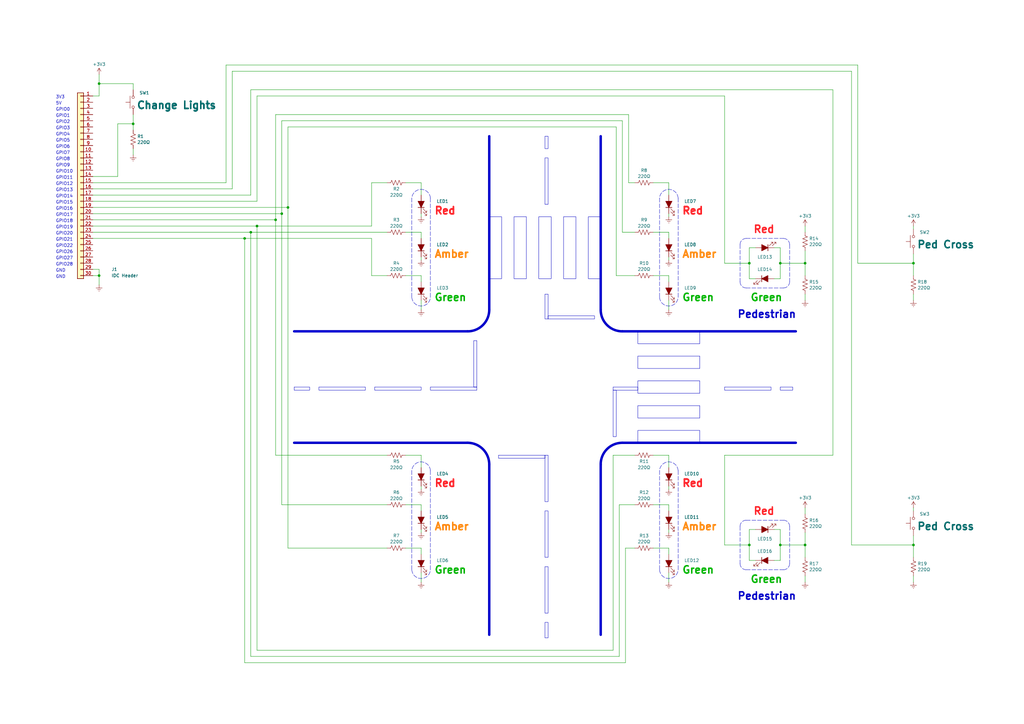
<source format=kicad_sch>
(kicad_sch (version 20231120) (generator "eeschema") (generator_version "8.0")
  (paper "A3")
  (title_block (title "PicoXpander - Traffic Light Board"))
  (lib_symbols
    (symbol "Connector_Generic:Conn_01x30" (pin_names (offset 1.016) hide)
      (property "Reference" "J" (at 0 38.1 0))
      (property "Value" "Conn_01x30" (at 0 -40.64 0))
      (symbol "Conn_01x30_1_1"
        (rectangle (start -1.27 -37.973) (end 0 -38.227) (stroke (width 0.1524)))
        (rectangle (start -1.27 -35.433) (end 0 -35.687) (stroke (width 0.1524)))
        (rectangle (start -1.27 -32.893) (end 0 -33.147) (stroke (width 0.1524)))
        (rectangle (start -1.27 -30.353) (end 0 -30.607) (stroke (width 0.1524)))
        (rectangle (start -1.27 -27.813) (end 0 -28.067) (stroke (width 0.1524)))
        (rectangle (start -1.27 -25.273) (end 0 -25.527) (stroke (width 0.1524)))
        (rectangle (start -1.27 -22.733) (end 0 -22.987) (stroke (width 0.1524)))
        (rectangle (start -1.27 -20.193) (end 0 -20.447) (stroke (width 0.1524)))
        (rectangle (start -1.27 -17.653) (end 0 -17.907) (stroke (width 0.1524)))
        (rectangle (start -1.27 -15.113) (end 0 -15.367) (stroke (width 0.1524)))
        (rectangle (start -1.27 -12.573) (end 0 -12.827) (stroke (width 0.1524)))
        (rectangle (start -1.27 -10.033) (end 0 -10.287) (stroke (width 0.1524)))
        (rectangle (start -1.27 -7.493) (end 0 -7.747) (stroke (width 0.1524)))
        (rectangle (start -1.27 -4.953) (end 0 -5.207) (stroke (width 0.1524)))
        (rectangle (start -1.27 -2.413) (end 0 -2.667) (stroke (width 0.1524)))
        (rectangle (start -1.27 0.127) (end 0 -0.127) (stroke (width 0.1524)))
        (rectangle (start -1.27 2.667) (end 0 2.413) (stroke (width 0.1524)))
        (rectangle (start -1.27 5.207) (end 0 4.953) (stroke (width 0.1524)))
        (rectangle (start -1.27 7.747) (end 0 7.493) (stroke (width 0.1524)))
        (rectangle (start -1.27 10.287) (end 0 10.033) (stroke (width 0.1524)))
        (rectangle (start -1.27 12.827) (end 0 12.573) (stroke (width 0.1524)))
        (rectangle (start -1.27 15.367) (end 0 15.113) (stroke (width 0.1524)))
        (rectangle (start -1.27 17.907) (end 0 17.653) (stroke (width 0.1524)))
        (rectangle (start -1.27 20.447) (end 0 20.193) (stroke (width 0.1524)))
        (rectangle (start -1.27 22.987) (end 0 22.733) (stroke (width 0.1524)))
        (rectangle (start -1.27 25.527) (end 0 25.273) (stroke (width 0.1524)))
        (rectangle (start -1.27 28.067) (end 0 27.813) (stroke (width 0.1524)))
        (rectangle (start -1.27 30.607) (end 0 30.353) (stroke (width 0.1524)))
        (rectangle (start -1.27 33.147) (end 0 32.893) (stroke (width 0.1524)))
        (rectangle (start -1.27 35.687) (end 0 35.433) (stroke (width 0.1524)))
        (rectangle (start -1.27 36.83) (end 1.27 -39.37) (stroke (width 0.254)) (fill (type background)))
        (pin passive line (at -5.08 35.56 0) (length 3.81) (name "Pin_1") (number "1"))
        (pin passive line (at -5.08 12.7 0) (length 3.81) (name "Pin_10") (number "10"))
        (pin passive line (at -5.08 10.16 0) (length 3.81) (name "Pin_11") (number "11"))
        (pin passive line (at -5.08 7.62 0) (length 3.81) (name "Pin_12") (number "12"))
        (pin passive line (at -5.08 5.08 0) (length 3.81) (name "Pin_13") (number "13"))
        (pin passive line (at -5.08 2.54 0) (length 3.81) (name "Pin_14") (number "14"))
        (pin passive line (at -5.08 0 0) (length 3.81) (name "Pin_15") (number "15"))
        (pin passive line (at -5.08 -2.54 0) (length 3.81) (name "Pin_16") (number "16"))
        (pin passive line (at -5.08 -5.08 0) (length 3.81) (name "Pin_17") (number "17"))
        (pin passive line (at -5.08 -7.62 0) (length 3.81) (name "Pin_18") (number "18"))
        (pin passive line (at -5.08 -10.16 0) (length 3.81) (name "Pin_19") (number "19"))
        (pin passive line (at -5.08 33.02 0) (length 3.81) (name "Pin_2") (number "2"))
        (pin passive line (at -5.08 -12.7 0) (length 3.81) (name "Pin_20") (number "20"))
        (pin passive line (at -5.08 -15.24 0) (length 3.81) (name "Pin_21") (number "21"))
        (pin passive line (at -5.08 -17.78 0) (length 3.81) (name "Pin_22") (number "22"))
        (pin passive line (at -5.08 -20.32 0) (length 3.81) (name "Pin_23") (number "23"))
        (pin passive line (at -5.08 -22.86 0) (length 3.81) (name "Pin_24") (number "24"))
        (pin passive line (at -5.08 -25.4 0) (length 3.81) (name "Pin_25") (number "25"))
        (pin passive line (at -5.08 -27.94 0) (length 3.81) (name "Pin_26") (number "26"))
        (pin passive line (at -5.08 -30.48 0) (length 3.81) (name "Pin_27") (number "27"))
        (pin passive line (at -5.08 -33.02 0) (length 3.81) (name "Pin_28") (number "28"))
        (pin passive line (at -5.08 -35.56 0) (length 3.81) (name "Pin_29") (number "29"))
        (pin passive line (at -5.08 30.48 0) (length 3.81) (name "Pin_3") (number "3"))
        (pin passive line (at -5.08 -38.1 0) (length 3.81) (name "Pin_30") (number "30"))
        (pin passive line (at -5.08 27.94 0) (length 3.81) (name "Pin_4") (number "4"))
        (pin passive line (at -5.08 25.4 0) (length 3.81) (name "Pin_5") (number "5"))
        (pin passive line (at -5.08 22.86 0) (length 3.81) (name "Pin_6") (number "6"))
        (pin passive line (at -5.08 20.32 0) (length 3.81) (name "Pin_7") (number "7"))
        (pin passive line (at -5.08 17.78 0) (length 3.81) (name "Pin_8") (number "8"))
        (pin passive line (at -5.08 15.24 0) (length 3.81) (name "Pin_9") (number "9"))
      )
    )
    (symbol "Device:LED_Filled" (pin_numbers hide) (pin_names (offset 1.016) hide)
      (property "Reference" "D" (at 0 2.54 0))
      (property "Value" "LED_Filled" (at 0 -2.54 0))
      (symbol "LED_Filled_0_1"
        (polyline (pts (xy -1.27 -1.27) (xy -1.27 1.27)) (stroke (width 0.254)))
        (polyline (pts (xy -1.27 0) (xy 1.27 0)))
        (polyline (pts (xy 1.27 -1.27) (xy 1.27 1.27) (xy -1.27 0) (xy 1.27 -1.27)) (stroke (width 0.254)) (fill (type outline)))
        (polyline (pts (xy -3.048 -0.762) (xy -4.572 -2.286) (xy -3.81 -2.286) (xy -4.572 -2.286) (xy -4.572 -1.524)))
        (polyline (pts (xy -1.778 -0.762) (xy -3.302 -2.286) (xy -2.54 -2.286) (xy -3.302 -2.286) (xy -3.302 -1.524)))
      )
      (symbol "LED_Filled_1_1"
        (pin passive line (at -3.81 0 0) (length 2.54) (name "K") (number "1"))
        (pin passive line (at 3.81 0 180) (length 2.54) (name "A") (number "2"))
      )
    )
    (symbol "Device:R_US" (pin_numbers hide) (pin_names (offset 0))
      (property "Reference" "R" (at 2.54 0 90))
      (property "Value" "R_US" (at -2.54 0 90))
      (symbol "R_US_0_1"
        (polyline (pts (xy 0 -2.286) (xy 0 -2.54)))
        (polyline (pts (xy 0 2.286) (xy 0 2.54)))
        (polyline (pts (xy 0 -0.762) (xy 1.016 -1.143) (xy 0 -1.524) (xy -1.016 -1.905) (xy 0 -2.286)))
        (polyline (pts (xy 0 0.762) (xy 1.016 0.381) (xy 0 0) (xy -1.016 -0.381) (xy 0 -0.762)))
        (polyline (pts (xy 0 2.286) (xy 1.016 1.905) (xy 0 1.524) (xy -1.016 1.143) (xy 0 0.762)))
      )
      (symbol "R_US_1_1"
        (pin passive line (at 0 3.81 270) (length 1.27) (name "~") (number "1"))
        (pin passive line (at 0 -3.81 90) (length 1.27) (name "~") (number "2"))
      )
    )
    (symbol "Switch:SW_Push" (pin_numbers hide) (pin_names (offset 1.016) hide)
      (property "Reference" "SW" (at 1.27 2.54 0))
      (property "Value" "SW_Push" (at 0 -1.524 0))
      (symbol "SW_Push_0_1"
        (circle (center -2.032 0) (radius 0.508))
        (polyline (pts (xy 0 1.27) (xy 0 3.048)))
        (polyline (pts (xy 2.54 1.27) (xy -2.54 1.27)))
        (circle (center 2.032 0) (radius 0.508))
        (pin passive line (at -5.08 0 0) (length 2.54) (name "1") (number "1"))
        (pin passive line (at 5.08 0 180) (length 2.54) (name "2") (number "2"))
      )
    )
    (symbol "power:+3V3" (power) (pin_names (offset 0))
      (property "Value" "+3V3" (at 0 3.556 0))
      (symbol "+3V3_0_1"
        (polyline (pts (xy -0.762 1.27) (xy 0 2.54)))
        (polyline (pts (xy 0 0) (xy 0 2.54)))
        (polyline (pts (xy 0 2.54) (xy 0.762 1.27)))
      )
      (symbol "+3V3_1_1"
        (pin power_in line (at 0 0 90) (length 0) hide (name "+3V3") (number "1"))
      )
    )
    (symbol "power:GNDREF" (power) (pin_names (offset 0))
      (property "Value" "GNDREF" (at 0 -3.81 0))
      (symbol "GNDREF_0_1"
        (polyline (pts (xy -0.635 -1.905) (xy 0.635 -1.905)))
        (polyline (pts (xy -0.127 -2.54) (xy 0.127 -2.54)))
        (polyline (pts (xy 0 -1.27) (xy 0 0)))
        (polyline (pts (xy 1.27 -1.27) (xy -1.27 -1.27)))
      )
      (symbol "GNDREF_1_1"
        (pin power_in line (at 0 0 270) (length 0) hide (name "GNDREF") (number "1"))
      )
    )
  )
  (junction (at 374.65 107.95))
  (junction (at 100.33 97.79))
  (junction (at 330.2 223.52))
  (junction (at 40.64 113.03))
  (junction (at 320.04 223.52))
  (junction (at 105.41 92.71))
  (junction (at 102.87 95.25))
  (junction (at 113.03 90.17))
  (junction (at 320.04 107.95))
  (junction (at 374.65 223.52))
  (junction (at 307.34 107.95))
  (junction (at 54.61 50.8))
  (junction (at 307.34 223.52))
  (junction (at 118.11 85.09))
  (junction (at 40.64 34.29))
  (junction (at 330.2 107.95))
  (junction (at 115.57 87.63))
  (wire (pts (xy 95.25 29.21) (xy 349.25 29.21)))
  (wire (pts (xy 374.65 219.71) (xy 374.65 223.52)))
  (wire (pts (xy 54.61 53.34) (xy 54.61 50.8)))
  (wire (pts (xy 274.32 224.79) (xy 274.32 227.33)))
  (wire (pts (xy 38.1 95.25) (xy 102.87 95.25)))
  (wire (pts (xy 330.2 238.76) (xy 330.2 236.22)))
  (wire (pts (xy 330.2 208.28) (xy 330.2 210.82)))
  (wire (pts (xy 274.32 127) (xy 274.32 123.19)))
  (wire (pts (xy 274.32 74.93) (xy 274.32 80.01)))
  (wire (pts (xy 260.35 186.69) (xy 251.46 186.69)))
  (wire (pts (xy 54.61 60.96) (xy 54.61 63.5)))
  (wire (pts (xy 102.87 95.25) (xy 158.75 95.25)))
  (wire (pts (xy 351.79 107.95) (xy 374.65 107.95)))
  (wire (pts (xy 254 207.01) (xy 254 269.24)))
  (wire (pts (xy 374.65 123.19) (xy 374.65 120.65)))
  (wire (pts (xy 257.81 74.93) (xy 260.35 74.93)))
  (polyline (pts (xy 278.13 81.28) (xy 278.13 121.92)) (stroke (width 0) (type dash)))
  (wire (pts (xy 267.97 74.93) (xy 274.32 74.93)))
  (wire (pts (xy 297.18 223.52) (xy 307.34 223.52)))
  (wire (pts (xy 158.75 224.79) (xy 118.11 224.79)))
  (wire (pts (xy 38.1 92.71) (xy 105.41 92.71)))
  (wire (pts (xy 317.5 217.17) (xy 320.04 217.17)))
  (wire (pts (xy 166.37 224.79) (xy 172.72 224.79)))
  (wire (pts (xy 105.41 82.55) (xy 105.41 39.37)))
  (wire (pts (xy 172.72 207.01) (xy 172.72 209.55)))
  (wire (pts (xy 95.25 77.47) (xy 38.1 77.47)))
  (wire (pts (xy 40.64 34.29) (xy 54.61 34.29)))
  (wire (pts (xy 172.72 127) (xy 172.72 123.19)))
  (wire (pts (xy 320.04 114.3) (xy 317.5 114.3)))
  (wire (pts (xy 158.75 207.01) (xy 115.57 207.01)))
  (wire (pts (xy 349.25 29.21) (xy 349.25 223.52)))
  (wire (pts (xy 172.72 106.68) (xy 172.72 105.41)))
  (wire (pts (xy 172.72 186.69) (xy 172.72 191.77)))
  (wire (pts (xy 252.73 113.03) (xy 260.35 113.03)))
  (wire (pts (xy 102.87 80.01) (xy 102.87 36.83)))
  (wire (pts (xy 105.41 39.37) (xy 297.18 39.37)))
  (wire (pts (xy 172.72 88.9) (xy 172.72 87.63)))
  (wire (pts (xy 40.64 30.48) (xy 40.64 34.29)))
  (wire (pts (xy 330.2 107.95) (xy 330.2 113.03)))
  (wire (pts (xy 38.1 72.39) (xy 48.26 72.39)))
  (wire (pts (xy 374.65 107.95) (xy 374.65 113.03)))
  (wire (pts (xy 307.34 217.17) (xy 307.34 223.52)))
  (wire (pts (xy 330.2 218.44) (xy 330.2 223.52)))
  (wire (pts (xy 152.4 74.93) (xy 158.75 74.93)))
  (wire (pts (xy 38.1 97.79) (xy 100.33 97.79)))
  (wire (pts (xy 297.18 186.69) (xy 297.18 223.52)))
  (wire (pts (xy 92.71 26.67) (xy 351.79 26.67)))
  (wire (pts (xy 320.04 229.87) (xy 317.5 229.87)))
  (wire (pts (xy 374.65 238.76) (xy 374.65 236.22)))
  (wire (pts (xy 341.63 36.83) (xy 341.63 186.69)))
  (wire (pts (xy 172.72 218.44) (xy 172.72 217.17)))
  (wire (pts (xy 374.65 104.14) (xy 374.65 107.95)))
  (polyline (pts (xy 306.07 97.79) (xy 321.31 97.79)) (stroke (width 0) (type dash)))
  (wire (pts (xy 309.88 101.6) (xy 307.34 101.6)))
  (wire (pts (xy 320.04 223.52) (xy 320.04 229.87)))
  (wire (pts (xy 255.27 95.25) (xy 255.27 49.53)))
  (wire (pts (xy 274.32 88.9) (xy 274.32 87.63)))
  (wire (pts (xy 374.65 92.71) (xy 374.65 93.98)))
  (wire (pts (xy 95.25 77.47) (xy 95.25 29.21)))
  (wire (pts (xy 274.32 113.03) (xy 274.32 115.57)))
  (wire (pts (xy 118.11 52.07) (xy 252.73 52.07)))
  (wire (pts (xy 115.57 49.53) (xy 115.57 87.63)))
  (wire (pts (xy 105.41 92.71) (xy 105.41 266.7)))
  (wire (pts (xy 320.04 217.17) (xy 320.04 223.52)))
  (wire (pts (xy 274.32 186.69) (xy 274.32 191.77)))
  (polyline (pts (xy 323.85 215.9) (xy 323.85 231.14)) (stroke (width 0) (type dash)))
  (wire (pts (xy 113.03 46.99) (xy 113.03 90.17)))
  (polyline (pts (xy 303.53 215.9) (xy 303.53 231.14)) (stroke (width 0) (type dash)))
  (wire (pts (xy 54.61 36.83) (xy 54.61 34.29)))
  (wire (pts (xy 166.37 186.69) (xy 172.72 186.69)))
  (wire (pts (xy 172.72 238.76) (xy 172.72 234.95)))
  (polyline (pts (xy 306.07 233.68) (xy 321.31 233.68)) (stroke (width 0) (type dash)))
  (wire (pts (xy 341.63 186.69) (xy 297.18 186.69)))
  (wire (pts (xy 38.1 82.55) (xy 105.41 82.55)))
  (wire (pts (xy 172.72 224.79) (xy 172.72 227.33)))
  (wire (pts (xy 320.04 107.95) (xy 330.2 107.95)))
  (wire (pts (xy 118.11 52.07) (xy 118.11 85.09)))
  (polyline (pts (xy 168.91 193.04) (xy 168.91 233.68)) (stroke (width 0) (type dash)))
  (wire (pts (xy 152.4 74.93) (xy 152.4 92.71)))
  (wire (pts (xy 118.11 85.09) (xy 118.11 224.79)))
  (wire (pts (xy 274.32 106.68) (xy 274.32 105.41)))
  (wire (pts (xy 113.03 186.69) (xy 158.75 186.69)))
  (wire (pts (xy 351.79 107.95) (xy 351.79 26.67)))
  (wire (pts (xy 374.65 223.52) (xy 374.65 228.6)))
  (wire (pts (xy 105.41 92.71) (xy 152.4 92.71)))
  (wire (pts (xy 172.72 113.03) (xy 172.72 115.57)))
  (wire (pts (xy 330.2 92.71) (xy 330.2 95.25)))
  (polyline (pts (xy 306.07 213.36) (xy 321.31 213.36)) (stroke (width 0) (type dash)))
  (wire (pts (xy 115.57 87.63) (xy 115.57 207.01)))
  (wire (pts (xy 172.72 200.66) (xy 172.72 199.39)))
  (wire (pts (xy 172.72 74.93) (xy 172.72 80.01)))
  (wire (pts (xy 307.34 107.95) (xy 307.34 114.3)))
  (wire (pts (xy 158.75 113.03) (xy 152.4 113.03)))
  (wire (pts (xy 166.37 207.01) (xy 172.72 207.01)))
  (wire (pts (xy 307.34 107.95) (xy 297.18 107.95)))
  (polyline (pts (xy 168.91 81.28) (xy 168.91 121.92)) (stroke (width 0) (type dash)))
  (wire (pts (xy 48.26 72.39) (xy 48.26 50.8)))
  (wire (pts (xy 274.32 95.25) (xy 274.32 97.79)))
  (wire (pts (xy 105.41 266.7) (xy 251.46 266.7)))
  (wire (pts (xy 40.64 113.03) (xy 40.64 116.84)))
  (wire (pts (xy 166.37 113.03) (xy 172.72 113.03)))
  (polyline (pts (xy 270.51 193.04) (xy 270.51 233.68)) (stroke (width 0) (type dash)))
  (wire (pts (xy 267.97 95.25) (xy 274.32 95.25)))
  (wire (pts (xy 267.97 113.03) (xy 274.32 113.03)))
  (wire (pts (xy 40.64 110.49) (xy 40.64 113.03)))
  (wire (pts (xy 92.71 74.93) (xy 38.1 74.93)))
  (polyline (pts (xy 270.51 81.28) (xy 270.51 121.92)) (stroke (width 0) (type dash)))
  (polyline (pts (xy 323.85 100.33) (xy 323.85 115.57)) (stroke (width 0) (type dash)))
  (wire (pts (xy 320.04 101.6) (xy 320.04 107.95)))
  (wire (pts (xy 307.34 114.3) (xy 309.88 114.3)))
  (wire (pts (xy 330.2 123.19) (xy 330.2 120.65)))
  (wire (pts (xy 307.34 223.52) (xy 307.34 229.87)))
  (wire (pts (xy 254 207.01) (xy 260.35 207.01)))
  (wire (pts (xy 40.64 39.37) (xy 40.64 34.29)))
  (wire (pts (xy 297.18 39.37) (xy 297.18 107.95)))
  (polyline (pts (xy 176.53 81.28) (xy 176.53 121.92)) (stroke (width 0) (type dash)))
  (wire (pts (xy 260.35 95.25) (xy 255.27 95.25)))
  (wire (pts (xy 307.34 101.6) (xy 307.34 107.95)))
  (wire (pts (xy 320.04 107.95) (xy 320.04 114.3)))
  (wire (pts (xy 267.97 207.01) (xy 274.32 207.01)))
  (wire (pts (xy 48.26 50.8) (xy 54.61 50.8)))
  (wire (pts (xy 100.33 271.78) (xy 256.54 271.78)))
  (wire (pts (xy 267.97 224.79) (xy 274.32 224.79)))
  (wire (pts (xy 100.33 97.79) (xy 152.4 97.79)))
  (wire (pts (xy 92.71 74.93) (xy 92.71 26.67)))
  (wire (pts (xy 349.25 223.52) (xy 374.65 223.52)))
  (wire (pts (xy 330.2 223.52) (xy 330.2 228.6)))
  (wire (pts (xy 251.46 186.69) (xy 251.46 266.7)))
  (wire (pts (xy 257.81 46.99) (xy 257.81 74.93)))
  (wire (pts (xy 256.54 224.79) (xy 260.35 224.79)))
  (wire (pts (xy 38.1 90.17) (xy 113.03 90.17)))
  (wire (pts (xy 172.72 95.25) (xy 172.72 97.79)))
  (polyline (pts (xy 176.53 193.04) (xy 176.53 233.68)) (stroke (width 0) (type dash)))
  (wire (pts (xy 267.97 186.69) (xy 274.32 186.69)))
  (wire (pts (xy 320.04 223.52) (xy 330.2 223.52)))
  (wire (pts (xy 113.03 90.17) (xy 113.03 186.69)))
  (wire (pts (xy 166.37 74.93) (xy 172.72 74.93)))
  (wire (pts (xy 38.1 87.63) (xy 115.57 87.63)))
  (polyline (pts (xy 303.53 100.33) (xy 303.53 115.57)) (stroke (width 0) (type dash)))
  (wire (pts (xy 274.32 200.66) (xy 274.32 199.39)))
  (wire (pts (xy 38.1 113.03) (xy 40.64 113.03)))
  (wire (pts (xy 54.61 46.99) (xy 54.61 50.8)))
  (wire (pts (xy 100.33 97.79) (xy 100.33 271.78)))
  (wire (pts (xy 113.03 46.99) (xy 257.81 46.99)))
  (wire (pts (xy 330.2 102.87) (xy 330.2 107.95)))
  (wire (pts (xy 317.5 101.6) (xy 320.04 101.6)))
  (wire (pts (xy 256.54 224.79) (xy 256.54 271.78)))
  (wire (pts (xy 38.1 39.37) (xy 40.64 39.37)))
  (wire (pts (xy 102.87 269.24) (xy 254 269.24)))
  (polyline (pts (xy 278.13 193.04) (xy 278.13 233.68)) (stroke (width 0) (type dash)))
  (wire (pts (xy 274.32 218.44) (xy 274.32 217.17)))
  (wire (pts (xy 115.57 49.53) (xy 255.27 49.53)))
  (wire (pts (xy 374.65 208.28) (xy 374.65 209.55)))
  (wire (pts (xy 252.73 52.07) (xy 252.73 113.03)))
  (wire (pts (xy 307.34 229.87) (xy 309.88 229.87)))
  (wire (pts (xy 166.37 95.25) (xy 172.72 95.25)))
  (wire (pts (xy 102.87 36.83) (xy 341.63 36.83)))
  (wire (pts (xy 274.32 207.01) (xy 274.32 209.55)))
  (wire (pts (xy 309.88 217.17) (xy 307.34 217.17)))
  (wire (pts (xy 152.4 113.03) (xy 152.4 97.79)))
  (wire (pts (xy 38.1 85.09) (xy 118.11 85.09)))
  (wire (pts (xy 102.87 95.25) (xy 102.87 269.24)))
  (wire (pts (xy 38.1 110.49) (xy 40.64 110.49)))
  (polyline (pts (xy 306.07 118.11) (xy 321.31 118.11)) (stroke (width 0) (type dash)))
  (wire (pts (xy 38.1 80.01) (xy 102.87 80.01)))
  (wire (pts (xy 274.32 238.76) (xy 274.32 234.95)))
  (rectangle (start 220.98 114.3) (end 226.06 88.9) (fill (type color)))
  (rectangle (start 251.46 158.75) (end 261.62 160.02) (fill (type color)))
  (rectangle (start 261.62 176.53) (end 287.02 181.61) (fill (type color)))
  (rectangle (start 241.3 114.3) (end 246.38 88.9) (fill (type color)))
  (rectangle (start 246.38 55.88) (end 246.38 127) (stroke (width 1)))
  (rectangle (start 255.27 181.61) (end 326.39 181.61) (stroke (width 1)))
  (rectangle (start 261.62 146.05) (end 287.02 151.13) (fill (type color)))
  (rectangle (start 194.31 139.7) (end 195.58 158.75) (fill (type color)))
  (rectangle (start 224.79 130.81) (end 223.52 120.65) (fill (type color)))
  (rectangle (start 223.52 60.96) (end 224.79 55.88) (fill (type color)))
  (rectangle (start 120.65 160.02) (end 127 158.75) (fill (type color)))
  (rectangle (start 130.81 160.02) (end 149.86 158.75) (fill (type color)))
  (arc (start 176.53 121.92) (mid 172.72 125.5075) (end 168.91 121.92) (stroke (width 0) (type dash)))
  (arc (start 321.31 97.79) (mid 323.1061 98.5339) (end 323.85 100.33) (stroke (width 0) (type dash)))
  (arc (start 323.85 115.57) (mid 323.1061 117.3661) (end 321.31 118.11) (stroke (width 0) (type dash)))
  (rectangle (start 231.14 114.3) (end 236.22 88.9) (fill (type color)))
  (arc (start 323.85 231.14) (mid 323.1061 232.9361) (end 321.31 233.68) (stroke (width 0) (type dash)))
  (arc (start 278.13 121.92) (mid 274.32 125.5075) (end 270.51 121.92) (stroke (width 0) (type dash)))
  (rectangle (start 223.52 205.74) (end 224.79 186.69) (fill (type color)))
  (arc (start 270.51 81.28) (mid 274.32 77.6829) (end 278.13 81.28) (stroke (width 0) (type dash)))
  (rectangle (start 223.52 251.46) (end 224.79 232.41) (fill (type color)))
  (arc (start 168.91 193.04) (mid 172.72 189.4429) (end 176.53 193.04) (stroke (width 0) (type dash)))
  (rectangle (start 223.52 261.62) (end 224.79 255.27) (fill (type color)))
  (arc (start 270.51 193.04) (mid 274.32 189.4429) (end 278.13 193.04) (stroke (width 0) (type dash)))
  (rectangle (start 325.12 160.02) (end 320.04 158.75) (fill (type color)))
  (arc (start 278.13 233.68) (mid 274.32 237.2675) (end 270.51 233.68) (stroke (width 0) (type dash)))
  (rectangle (start 255.27 135.89) (end 326.39 135.89) (stroke (width 1)))
  (arc (start 200.66 127) (mid 198.0739 133.3039) (end 191.77 135.89) (stroke (width 1)))
  (arc (start 303.53 100.33) (mid 304.2739 98.5339) (end 306.07 97.79) (stroke (width 0) (type dash)))
  (rectangle (start 261.62 156.21) (end 287.02 161.29) (fill (type color)))
  (rectangle (start 261.62 135.89) (end 287.02 140.97) (fill (type color)))
  (arc (start 321.31 213.36) (mid 323.1061 214.1039) (end 323.85 215.9) (stroke (width 0) (type dash)))
  (rectangle (start 120.65 181.61) (end 191.77 181.61) (stroke (width 1)))
  (rectangle (start 200.66 190.5) (end 200.66 260.35) (stroke (width 1)))
  (rectangle (start 224.79 129.54) (end 243.84 130.81) (fill (type color)))
  (rectangle (start 251.46 160.02) (end 252.73 179.07) (fill (type color)))
  (arc (start 306.07 118.11) (mid 304.2739 117.3661) (end 303.53 115.57) (stroke (width 0) (type dash)))
  (rectangle (start 200.66 88.9) (end 205.74 114.3) (fill (type color)))
  (rectangle (start 297.18 160.02) (end 316.23 158.75) (fill (type color)))
  (rectangle (start 223.52 228.6) (end 224.79 209.55) (fill (type color)))
  (rectangle (start 200.66 55.88) (end 200.66 127) (stroke (width 1)))
  (rectangle (start 223.52 83.82) (end 224.79 64.77) (fill (type color)))
  (rectangle (start 172.72 160.02) (end 153.67 158.75) (fill (type color)))
  (arc (start 255.27 135.89) (mid 248.9661 133.3039) (end 246.38 127) (stroke (width 1)))
  (rectangle (start 204.47 186.69) (end 223.52 187.96) (fill (type color)))
  (arc (start 246.38 190.5) (mid 248.9661 184.1961) (end 255.27 181.61) (stroke (width 1)))
  (rectangle (start 120.65 135.89) (end 191.77 135.89) (stroke (width 1)))
  (arc (start 303.53 215.9) (mid 304.2739 214.1039) (end 306.07 213.36) (stroke (width 0) (type dash)))
  (rectangle (start 195.58 160.02) (end 176.53 158.75) (fill (type color)))
  (rectangle (start 261.62 166.37) (end 287.02 171.45) (fill (type color)))
  (rectangle (start 210.82 114.3) (end 215.9 88.9) (fill (type color)))
  (rectangle (start 246.38 190.5) (end 246.38 260.35) (stroke (width 1)))
  (arc (start 191.65 181.61) (mid 198.0142 184.171) (end 200.66 190.5) (stroke (width 1)))
  (arc (start 176.53 233.68) (mid 172.72 237.2675) (end 168.91 233.68) (stroke (width 0) (type dash)))
  (arc (start 306.07 233.68) (mid 304.2739 232.9361) (end 303.53 231.14) (stroke (width 0) (type dash)))
  (arc (start 168.91 81.28) (mid 172.72 77.6829) (end 176.53 81.28) (stroke (width 0) (type dash)))
  (text "GPIO13" (at 22.86 78.74 0) (effects (font (size 1.27 1.27)) (justify left bottom)))
  (text "GPIO19" (at 22.86 93.98 0) (effects (font (size 1.27 1.27)) (justify left bottom)))
  (text "GPIO0" (at 22.86 45.72 0) (effects (font (size 1.27 1.27)) (justify left bottom)))
  (text "GPIO3" (at 22.86 53.34 0) (effects (font (size 1.27 1.27)) (justify left bottom)))
  (text "GPIO17" (at 22.86 88.9 0) (effects (font (size 1.27 1.27)) (justify left bottom)))
  (text "GPIO20" (at 22.86 96.52 0) (effects (font (size 1.27 1.27)) (justify left bottom)))
  (text "GPIO21" (at 22.86 99.06 0) (effects (font (size 1.27 1.27)) (justify left bottom)))
  (text "GPIO2" (at 22.86 50.8 0) (effects (font (size 1.27 1.27)) (justify left bottom)))
  (text "3V3" (at 22.86 40.64 0) (effects (font (size 1.27 1.27)) (justify left bottom)))
  (text "GPIO15" (at 22.86 83.82 0) (effects (font (size 1.27 1.27)) (justify left bottom)))
  (text "GPIO14" (at 22.86 81.28 0) (effects (font (size 1.27 1.27)) (justify left bottom)))
  (text "Pedestrian" (at 302.26 246.38 0) (effects (font (size 3 3) (thickness 0.6) (bold yes)) (justify left bottom)))
  (text "GPIO8" (at 22.86 66.04 0) (effects (font (size 1.27 1.27)) (justify left bottom)))
  (text "GPIO12" (at 22.86 76.2 0) (effects (font (size 1.27 1.27)) (justify left bottom)))
  (text "GPIO16" (at 22.86 86.36 0) (effects (font (size 1.27 1.27)) (justify left bottom)))
  (text "GPIO6" (at 22.86 60.96 0) (effects (font (size 1.27 1.27)) (justify left bottom)))
  (text "GPIO7" (at 22.86 63.5 0) (effects (font (size 1.27 1.27)) (justify left bottom)))
  (text "GPIO27" (at 22.86 106.68 0) (effects (font (size 1.27 1.27)) (justify left bottom)))
  (text "GND" (at 22.86 114.3 0) (effects (font (size 1.27 1.27)) (justify left bottom)))
  (text "GPIO18" (at 22.86 91.44 0) (effects (font (size 1.27 1.27)) (justify left bottom)))
  (text "5V" (at 22.86 43.18 0) (effects (font (size 1.27 1.27)) (justify left bottom)))
  (text "GPIO10" (at 22.86 71.12 0) (effects (font (size 1.27 1.27)) (justify left bottom)))
  (text "GPIO22" (at 22.86 101.6 0) (effects (font (size 1.27 1.27)) (justify left bottom)))
  (text "GPIO9" (at 22.86 68.58 0) (effects (font (size 1.27 1.27)) (justify left bottom)))
  (text "GPIO11" (at 22.86 73.66 0) (effects (font (size 1.27 1.27)) (justify left bottom)))
  (text "Pedestrian" (at 302.26 130.81 0) (effects (font (size 3 3) (thickness 0.6) (bold yes)) (justify left bottom)))
  (text "GPIO1" (at 22.86 48.26 0) (effects (font (size 1.27 1.27)) (justify left bottom)))
  (text "GPIO4" (at 22.86 55.88 0) (effects (font (size 1.27 1.27)) (justify left bottom)))
  (text "GND" (at 22.86 111.76 0) (effects (font (size 1.27 1.27)) (justify left bottom)))
  (text "GPIO28" (at 22.86 109.22 0) (effects (font (size 1.27 1.27)) (justify left bottom)))
  (text "GPIO26" (at 22.86 104.14 0) (effects (font (size 1.27 1.27)) (justify left bottom)))
  (text "GPIO5" (at 22.86 58.42 0) (effects (font (size 1.27 1.27)) (justify left bottom)))
  (symbol (lib_id "Device:R_US") (at 264.16 113.03 90) (unit 1)
    (property "Reference" "R10" (at 264.16 107.95 90))
    (property "Value" "220Ω" (at 264.16 110.4209 90))
    (property "Footprint" "Resistor_SMD:R_0805_2012Metric" (effects (hide yes)))
  )
  (symbol (lib_id "Device:R_US") (at 162.56 207.01 90) (unit 1)
    (property "Reference" "R6" (at 162.56 201.93 90))
    (property "Value" "220Ω" (at 162.56 204.47 90))
    (property "Footprint" "Resistor_SMD:R_0805_2012Metric" (effects (hide yes)))
  )
  (symbol (lib_id "power:+3V3") (at 40.64 30.48 0) (unit 1)
    (property "Reference" "#PWR03" (effects (hide yes)))
    (property "Value" "+3V3" (at 40.64 26.3469 0))
  )
  (symbol (lib_id "Device:R_US") (at 264.16 186.69 90) (unit 1)
    (property "Reference" "R11" (at 264.16 189.23 90))
    (property "Value" "220Ω" (at 264.16 191.77 90))
    (property "Footprint" "Resistor_SMD:R_0805_2012Metric" (effects (hide yes)))
  )
  (symbol (lib_id "Device:LED_Filled") (at 172.72 119.38 90) (unit 1)
    (property "Reference" "LED3" (at 179.07 118.11 90) (effects (justify right)))
    (property "Value" "Green" (at 177.8 121.92 90) (effects (font (size 3 3) (bold yes)) (justify right)))
    (property "Footprint" "LED_SMD:LED_0805_2012Metric" (effects (hide yes)))
  )
  (symbol (lib_id "Device:R_US") (at 330.2 232.41 180) (unit 1)
    (property "Reference" "R17" (at 331.851 231.1979 0) (effects (justify right)))
    (property "Value" "220Ω" (at 331.851 233.6221 0) (effects (justify right)))
    (property "Footprint" "Resistor_SMD:R_0805_2012Metric" (effects (hide yes)))
  )
  (symbol (lib_id "Device:LED_Filled") (at 274.32 231.14 90) (unit 1)
    (property "Reference" "LED12" (at 280.67 229.87 90) (effects (justify right)))
    (property "Value" "Green" (at 279.4 233.68 90) (effects (font (size 3 3) (bold yes)) (justify right)))
    (property "Footprint" "LED_SMD:LED_0805_2012Metric" (effects (hide yes)))
  )
  (symbol (lib_id "power:GNDREF") (at 330.2 238.76 0) (unit 1)
    (property "Reference" "#PWR020" (effects (hide yes)))
    (property "Value" "GNDREF" (effects (hide yes)))
  )
  (symbol (lib_id "Device:R_US") (at 330.2 116.84 180) (unit 1)
    (property "Reference" "R15" (at 331.851 115.6279 0) (effects (justify right)))
    (property "Value" "220Ω" (at 331.851 118.0521 0) (effects (justify right)))
    (property "Footprint" "Resistor_SMD:R_0805_2012Metric" (effects (hide yes)))
  )
  (symbol (lib_id "Device:LED_Filled") (at 274.32 119.38 90) (unit 1)
    (property "Reference" "LED9" (at 280.67 118.11 90) (effects (justify right)))
    (property "Value" "Green" (at 279.4 121.92 90) (effects (font (size 3 3) (bold yes)) (justify right)))
    (property "Footprint" "LED_SMD:LED_0805_2012Metric" (effects (hide yes)))
  )
  (symbol (lib_id "Device:LED_Filled") (at 172.72 101.6 90) (unit 1)
    (property "Reference" "LED2" (at 179.07 100.33 90) (effects (justify right)))
    (property "Value" "Amber" (at 177.8 104.14 90) (effects (font (size 3 3) (bold yes)) (justify right)))
    (property "Footprint" "LED_SMD:LED_0805_2012Metric" (effects (hide yes)))
  )
  (symbol (lib_id "power:+3V3") (at 374.65 92.71 0) (unit 1)
    (property "Reference" "#PWR021" (effects (hide yes)))
    (property "Value" "+3V3" (at 374.65 88.5769 0))
  )
  (symbol (lib_id "Device:R_US") (at 330.2 99.06 180) (unit 1)
    (property "Reference" "R14" (at 331.851 97.8479 0) (effects (justify right)))
    (property "Value" "220Ω" (at 331.851 100.2721 0) (effects (justify right)))
    (property "Footprint" "Resistor_SMD:R_0805_2012Metric" (effects (hide yes)))
  )
  (symbol (lib_id "Device:LED_Filled") (at 313.69 229.87 0) (unit 1)
    (property "Reference" "LED16" (at 313.69 226.06 0))
    (property "Value" "Green" (at 321.31 237.49 0) (effects (font (size 3 3) (bold yes)) (justify right)))
    (property "Footprint" "LED_SMD:LED_0805_2012Metric" (effects (hide yes)))
  )
  (symbol (lib_id "Device:LED_Filled") (at 313.69 114.3 0) (unit 1)
    (property "Reference" "LED14" (at 313.69 110.49 0))
    (property "Value" "Green" (at 321.31 121.92 0) (effects (font (size 3 3) (bold yes)) (justify right)))
    (property "Footprint" "LED_SMD:LED_0805_2012Metric" (effects (hide yes)))
  )
  (symbol (lib_id "Device:LED_Filled") (at 172.72 195.58 90) (unit 1)
    (property "Reference" "LED4" (at 179.07 194.31 90) (effects (justify right)))
    (property "Value" "Red" (at 177.8 198.12 90) (effects (font (size 3 3) (bold yes)) (justify right)))
    (property "Footprint" "LED_SMD:LED_0805_2012Metric" (effects (hide yes)))
  )
  (symbol (lib_id "power:GNDREF") (at 274.32 88.9 0) (unit 1)
    (property "Reference" "#PWR011" (effects (hide yes)))
    (property "Value" "GNDREF" (effects (hide yes)))
  )
  (symbol (lib_id "Switch:SW_Push") (at 54.61 41.91 90) (unit 1)
    (property "Reference" "SW1" (at 57.15 38.1 90) (effects (justify right)))
    (property "Value" "Change Lights" (at 55.753 43.1221 90) (effects (font (size 3 3) (bold yes)) (justify right)))
    (property "Footprint" "Button_Switch_SMD:SW_Push_1P1T_NO_6x6mm_H9.5mm" (effects (hide yes)))
  )
  (symbol (lib_id "Switch:SW_Push") (at 374.65 214.63 90) (unit 1)
    (property "Reference" "SW3" (at 377.19 210.82 90) (effects (justify right)))
    (property "Value" "Ped Cross" (at 375.793 215.8421 90) (effects (font (size 3 3) (bold yes)) (justify right)))
    (property "Footprint" "Button_Switch_SMD:SW_Push_1P1T_NO_6x6mm_H9.5mm" (effects (hide yes)))
  )
  (symbol (lib_id "power:GNDREF") (at 274.32 200.66 0) (unit 1)
    (property "Reference" "#PWR014" (effects (hide yes)))
    (property "Value" "GNDREF" (effects (hide yes)))
  )
  (symbol (lib_id "power:GNDREF") (at 274.32 127 0) (unit 1)
    (property "Reference" "#PWR013" (effects (hide yes)))
    (property "Value" "GNDREF" (effects (hide yes)))
  )
  (symbol (lib_id "Switch:SW_Push") (at 374.65 99.06 90) (unit 1)
    (property "Reference" "SW2" (at 377.19 95.25 90) (effects (justify right)))
    (property "Value" "Ped Cross" (at 375.793 100.2721 90) (effects (font (size 3 3) (bold yes)) (justify right)))
    (property "Footprint" "Button_Switch_SMD:SW_Push_1P1T_NO_6x6mm_H9.5mm" (effects (hide yes)))
  )
  (symbol (lib_id "power:+3V3") (at 374.65 208.28 0) (unit 1)
    (property "Reference" "#PWR023" (effects (hide yes)))
    (property "Value" "+3V3" (at 374.65 204.1469 0))
  )
  (symbol (lib_id "Device:R_US") (at 54.61 57.15 180) (unit 1)
    (property "Reference" "R1" (at 56.261 55.9379 0) (effects (justify right)))
    (property "Value" "220Ω" (at 56.261 58.3621 0) (effects (justify right)))
    (property "Footprint" "Resistor_SMD:R_0805_2012Metric" (effects (hide yes)))
  )
  (symbol (lib_id "Device:R_US") (at 162.56 113.03 90) (unit 1)
    (property "Reference" "R4" (at 162.56 107.95 90))
    (property "Value" "220Ω" (at 162.56 110.4209 90))
    (property "Footprint" "Resistor_SMD:R_0805_2012Metric" (effects (hide yes)))
  )
  (symbol (lib_id "power:GNDREF") (at 274.32 218.44 0) (unit 1)
    (property "Reference" "#PWR015" (effects (hide yes)))
    (property "Value" "GNDREF" (effects (hide yes)))
  )
  (symbol (lib_id "Device:LED_Filled") (at 274.32 83.82 90) (unit 1)
    (property "Reference" "LED7" (at 280.67 82.55 90) (effects (justify right)))
    (property "Value" "Red" (at 279.4 86.36 90) (effects (font (size 3 3) (bold yes)) (justify right)))
    (property "Footprint" "LED_SMD:LED_0805_2012Metric" (effects (hide yes)))
  )
  (symbol (lib_id "power:GNDREF") (at 54.61 63.5 0) (unit 1)
    (property "Reference" "#PWR02" (effects (hide yes)))
    (property "Value" "GNDREF" (effects (hide yes)))
  )
  (symbol (lib_id "power:GNDREF") (at 172.72 106.68 0) (unit 1)
    (property "Reference" "#PWR06" (effects (hide yes)))
    (property "Value" "GNDREF" (effects (hide yes)))
  )
  (symbol (lib_id "power:GNDREF") (at 172.72 88.9 0) (unit 1)
    (property "Reference" "#PWR05" (effects (hide yes)))
    (property "Value" "GNDREF" (effects (hide yes)))
  )
  (symbol (lib_id "Device:R_US") (at 374.65 232.41 180) (unit 1)
    (property "Reference" "R19" (at 376.301 231.1979 0) (effects (justify right)))
    (property "Value" "220Ω" (at 376.301 233.6221 0) (effects (justify right)))
    (property "Footprint" "Resistor_SMD:R_0805_2012Metric" (effects (hide yes)))
  )
  (symbol (lib_id "Device:LED_Filled") (at 274.32 195.58 90) (unit 1)
    (property "Reference" "LED10" (at 280.67 194.31 90) (effects (justify right)))
    (property "Value" "Red" (at 279.4 198.12 90) (effects (font (size 3 3) (bold yes)) (justify right)))
    (property "Footprint" "LED_SMD:LED_0805_2012Metric" (effects (hide yes)))
  )
  (symbol (lib_id "power:GNDREF") (at 40.64 116.84 0) (unit 1)
    (property "Reference" "#PWR04" (effects (hide yes)))
    (property "Value" "GNDREF" (effects (hide yes)))
  )
  (symbol (lib_id "Connector_Generic:Conn_01x30") (at 33.02 74.93 0) (mirror y) (unit 1)
    (property "Reference" "J1" (at 45.72 110.49 0) (effects (justify right)))
    (property "Value" "IDC Header" (at 45.72 113.03 0) (effects (justify right)))
    (property "Footprint" "Connector_IDC:IDC-Header_2x15_P2.54mm_Horizontal" (effects (hide yes)))
  )
  (symbol (lib_id "Device:R_US") (at 162.56 74.93 90) (unit 1)
    (property "Reference" "R2" (at 162.56 77.47 90))
    (property "Value" "220Ω" (at 162.56 80.01 90))
    (property "Footprint" "Resistor_SMD:R_0805_2012Metric" (effects (hide yes)))
  )
  (symbol (lib_id "Device:R_US") (at 330.2 214.63 180) (unit 1)
    (property "Reference" "R16" (at 331.851 213.4179 0) (effects (justify right)))
    (property "Value" "220Ω" (at 331.851 215.8421 0) (effects (justify right)))
    (property "Footprint" "Resistor_SMD:R_0805_2012Metric" (effects (hide yes)))
  )
  (symbol (lib_id "Device:R_US") (at 264.16 207.01 90) (unit 1)
    (property "Reference" "R12" (at 264.16 201.93 90))
    (property "Value" "220Ω" (at 264.16 204.47 90))
    (property "Footprint" "Resistor_SMD:R_0805_2012Metric" (effects (hide yes)))
  )
  (symbol (lib_id "Device:R_US") (at 162.56 224.79 90) (unit 1)
    (property "Reference" "R7" (at 162.56 219.71 90))
    (property "Value" "220Ω" (at 162.56 222.1809 90))
    (property "Footprint" "Resistor_SMD:R_0805_2012Metric" (effects (hide yes)))
  )
  (symbol (lib_id "Device:R_US") (at 264.16 224.79 90) (unit 1)
    (property "Reference" "R13" (at 264.16 219.71 90))
    (property "Value" "220Ω" (at 264.16 222.1809 90))
    (property "Footprint" "Resistor_SMD:R_0805_2012Metric" (effects (hide yes)))
  )
  (symbol (lib_id "power:GNDREF") (at 374.65 123.19 0) (unit 1)
    (property "Reference" "#PWR022" (effects (hide yes)))
    (property "Value" "GNDREF" (effects (hide yes)))
  )
  (symbol (lib_id "power:GNDREF") (at 172.72 218.44 0) (unit 1)
    (property "Reference" "#PWR09" (effects (hide yes)))
    (property "Value" "GNDREF" (effects (hide yes)))
  )
  (symbol (lib_id "Device:LED_Filled") (at 274.32 213.36 90) (unit 1)
    (property "Reference" "LED11" (at 280.67 212.09 90) (effects (justify right)))
    (property "Value" "Amber" (at 279.4 215.9 90) (effects (font (size 3 3) (bold yes)) (justify right)))
    (property "Footprint" "LED_SMD:LED_0805_2012Metric" (effects (hide yes)))
  )
  (symbol (lib_id "power:GNDREF") (at 274.32 238.76 0) (unit 1)
    (property "Reference" "#PWR016" (effects (hide yes)))
    (property "Value" "GNDREF" (effects (hide yes)))
  )
  (symbol (lib_id "Device:R_US") (at 162.56 186.69 90) (unit 1)
    (property "Reference" "R5" (at 162.56 189.23 90))
    (property "Value" "220Ω" (at 162.56 191.77 90))
    (property "Footprint" "Resistor_SMD:R_0805_2012Metric" (effects (hide yes)))
  )
  (symbol (lib_id "power:GNDREF") (at 172.72 238.76 0) (unit 1)
    (property "Reference" "#PWR010" (effects (hide yes)))
    (property "Value" "GNDREF" (effects (hide yes)))
  )
  (symbol (lib_id "Device:LED_Filled") (at 172.72 213.36 90) (unit 1)
    (property "Reference" "LED5" (at 179.07 212.09 90) (effects (justify right)))
    (property "Value" "Amber" (at 177.8 215.9 90) (effects (font (size 3 3) (bold yes)) (justify right)))
    (property "Footprint" "LED_SMD:LED_0805_2012Metric" (effects (hide yes)))
  )
  (symbol (lib_id "power:GNDREF") (at 172.72 127 0) (unit 1)
    (property "Reference" "#PWR07" (effects (hide yes)))
    (property "Value" "GNDREF" (effects (hide yes)))
  )
  (symbol (lib_id "power:+3V3") (at 330.2 208.28 0) (unit 1)
    (property "Reference" "#PWR019" (effects (hide yes)))
    (property "Value" "+3V3" (at 330.2 204.1469 0))
  )
  (symbol (lib_id "Device:R_US") (at 264.16 74.93 90) (unit 1)
    (property "Reference" "R8" (at 264.16 69.8967 90))
    (property "Value" "220Ω" (at 264.16 72.3209 90))
    (property "Footprint" "Resistor_SMD:R_0805_2012Metric" (effects (hide yes)))
  )
  (symbol (lib_id "Device:LED_Filled") (at 313.69 217.17 180) (unit 1)
    (property "Reference" "LED15" (at 313.69 220.98 0))
    (property "Value" "Red" (at 308.61 209.55 0) (effects (font (size 3 3) (bold yes)) (justify right)))
    (property "Footprint" "LED_SMD:LED_0805_2012Metric" (effects (hide yes)))
  )
  (symbol (lib_id "power:GNDREF") (at 274.32 106.68 0) (unit 1)
    (property "Reference" "#PWR012" (effects (hide yes)))
    (property "Value" "GNDREF" (effects (hide yes)))
  )
  (symbol (lib_id "Device:R_US") (at 374.65 116.84 180) (unit 1)
    (property "Reference" "R18" (at 376.301 115.6279 0) (effects (justify right)))
    (property "Value" "220Ω" (at 376.301 118.0521 0) (effects (justify right)))
    (property "Footprint" "Resistor_SMD:R_0805_2012Metric" (effects (hide yes)))
  )
  (symbol (lib_id "Device:LED_Filled") (at 172.72 83.82 90) (unit 1)
    (property "Reference" "LED1" (at 179.07 82.55 90) (effects (justify right)))
    (property "Value" "Red" (at 177.8 86.36 90) (effects (font (size 3 3) (bold yes)) (justify right)))
    (property "Footprint" "LED_SMD:LED_0805_2012Metric" (effects (hide yes)))
  )
  (symbol (lib_id "Device:LED_Filled") (at 313.69 101.6 180) (unit 1)
    (property "Reference" "LED13" (at 313.69 105.41 0))
    (property "Value" "Red" (at 308.61 93.98 0) (effects (font (size 3 3) (bold yes)) (justify right)))
    (property "Footprint" "LED_SMD:LED_0805_2012Metric" (effects (hide yes)))
  )
  (symbol (lib_id "Device:LED_Filled") (at 172.72 231.14 90) (unit 1)
    (property "Reference" "LED6" (at 179.07 229.87 90) (effects (justify right)))
    (property "Value" "Green" (at 177.8 233.68 90) (effects (font (size 3 3) (bold yes)) (justify right)))
    (property "Footprint" "LED_SMD:LED_0805_2012Metric" (effects (hide yes)))
  )
  (symbol (lib_id "Device:LED_Filled") (at 274.32 101.6 90) (unit 1)
    (property "Reference" "LED8" (at 280.67 100.33 90) (effects (justify right)))
    (property "Value" "Amber" (at 279.4 104.14 90) (effects (font (size 3 3) (bold yes)) (justify right)))
    (property "Footprint" "LED_SMD:LED_0805_2012Metric" (effects (hide yes)))
  )
  (symbol (lib_id "power:GNDREF") (at 330.2 123.19 0) (unit 1)
    (property "Reference" "#PWR018" (effects (hide yes)))
    (property "Value" "GNDREF" (effects (hide yes)))
  )
  (symbol (lib_id "Device:R_US") (at 264.16 95.25 90) (unit 1)
    (property "Reference" "R9" (at 264.16 90.17 90))
    (property "Value" "220Ω" (at 264.16 92.71 90))
    (property "Footprint" "Resistor_SMD:R_0805_2012Metric" (effects (hide yes)))
  )
  (symbol (lib_id "Device:R_US") (at 162.56 95.25 90) (unit 1)
    (property "Reference" "R3" (at 162.56 90.17 90))
    (property "Value" "220Ω" (at 162.56 92.71 90))
    (property "Footprint" "Resistor_SMD:R_0805_2012Metric" (effects (hide yes)))
  )
  (symbol (lib_id "power:+3V3") (at 330.2 92.71 0) (unit 1)
    (property "Reference" "#PWR017" (effects (hide yes)))
    (property "Value" "+3V3" (at 330.2 88.5769 0))
  )
  (symbol (lib_id "power:GNDREF") (at 172.72 200.66 0) (unit 1)
    (property "Reference" "#PWR08" (effects (hide yes)))
    (property "Value" "GNDREF" (effects (hide yes)))
  )
  (symbol (lib_id "power:GNDREF") (at 374.65 238.76 0) (unit 1)
    (property "Reference" "#PWR024" (effects (hide yes)))
    (property "Value" "GNDREF" (effects (hide yes)))
  )
)
</source>
